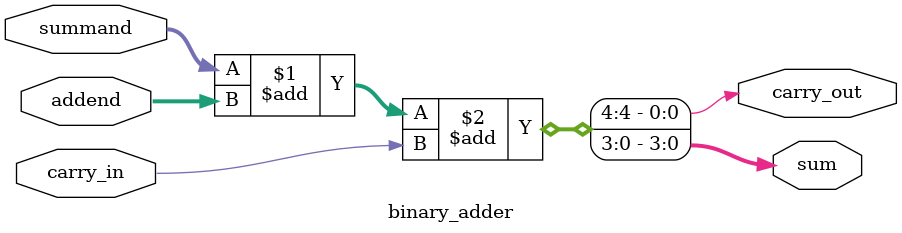
<source format=v>
module binary_adder (output wire [3:0] sum,
                     output wire carry_out,
                     input wire [3:0] summand,
                     input wire [3:0] addend,
                     input wire carry_in);
assign {carry_out, sum} = summand + addend + carry_in;
endmodule

</source>
